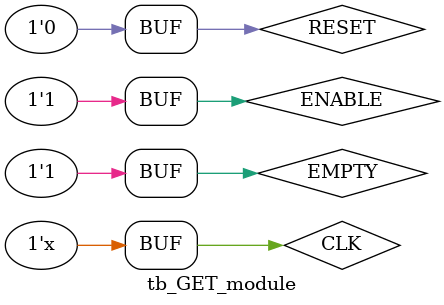
<source format=v>
`timescale 1ns / 1ps

module tb_GET_module;

	// Inputs
	reg CLK;
	reg RESET;
	reg ENABLE;
	reg EMPTY;

	// Outputs
	wire ENABLE_CORE;
	wire FIFO_READ_EN;

	// Instantiate the Unit Under Test (UUT)
	GET_module uut (
		.CLK(CLK), 
		.RESET(RESET), 
		.ENABLE(ENABLE), 
		.EMPTY(EMPTY), 
		.ENABLE_CORE(ENABLE_CORE), 
		.FIFO_READ_EN(FIFO_READ_EN)
	);

	initial begin
		// Initialize Inputs
		CLK = 0;
		RESET = 1;
		ENABLE = 0;
		EMPTY = 0;

		// Wait 100 ns for global reset to finish
		#100
		RESET = 0 ;
		ENABLE = 1 ;
		
		#40
		EMPTY = 0 ;
		#20
		EMPTY = 1 ;
	end
//-----------------------------------------------------------------------------------------//     
	always #10 CLK = ~CLK ;
//-----------------------------------------------------------------------------------------//	
endmodule


</source>
